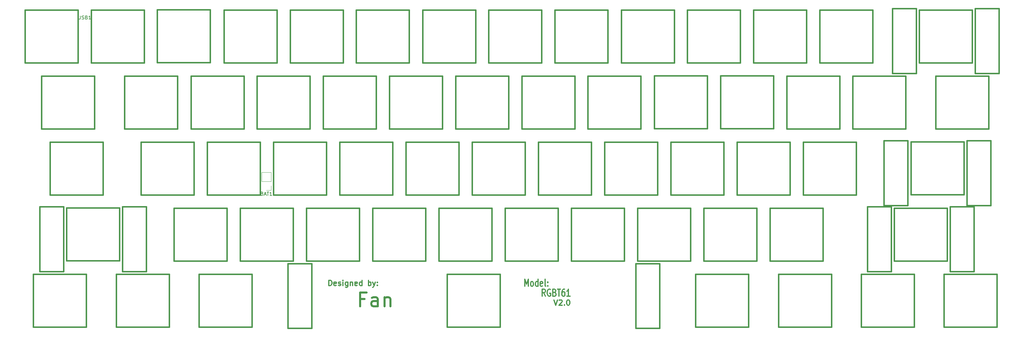
<source format=gbr>
G04 #@! TF.GenerationSoftware,KiCad,Pcbnew,(5.1.0)-1*
G04 #@! TF.CreationDate,2019-12-05T19:46:38+08:00*
G04 #@! TF.ProjectId,keyboard,6b657962-6f61-4726-942e-6b696361645f,B*
G04 #@! TF.SameCoordinates,Original*
G04 #@! TF.FileFunction,Legend,Top*
G04 #@! TF.FilePolarity,Positive*
%FSLAX46Y46*%
G04 Gerber Fmt 4.6, Leading zero omitted, Abs format (unit mm)*
G04 Created by KiCad (PCBNEW (5.1.0)-1) date 2019-12-05 19:46:38*
%MOMM*%
%LPD*%
G04 APERTURE LIST*
%ADD10C,0.304800*%
%ADD11C,0.600000*%
%ADD12C,0.381000*%
%ADD13C,0.120000*%
%ADD14C,0.150000*%
G04 APERTURE END LIST*
D10*
X215978014Y-149825528D02*
X216486014Y-151349528D01*
X216994014Y-149825528D01*
X217429442Y-149970671D02*
X217502014Y-149898100D01*
X217647157Y-149825528D01*
X218010014Y-149825528D01*
X218155157Y-149898100D01*
X218227728Y-149970671D01*
X218300300Y-150115814D01*
X218300300Y-150260957D01*
X218227728Y-150478671D01*
X217356871Y-151349528D01*
X218300300Y-151349528D01*
X218953442Y-151204385D02*
X219026014Y-151276957D01*
X218953442Y-151349528D01*
X218880871Y-151276957D01*
X218953442Y-151204385D01*
X218953442Y-151349528D01*
X219969442Y-149825528D02*
X220114585Y-149825528D01*
X220259728Y-149898100D01*
X220332300Y-149970671D01*
X220404871Y-150115814D01*
X220477442Y-150406100D01*
X220477442Y-150768957D01*
X220404871Y-151059242D01*
X220332300Y-151204385D01*
X220259728Y-151276957D01*
X220114585Y-151349528D01*
X219969442Y-151349528D01*
X219824300Y-151276957D01*
X219751728Y-151204385D01*
X219679157Y-151059242D01*
X219606585Y-150768957D01*
X219606585Y-150406100D01*
X219679157Y-150115814D01*
X219751728Y-149970671D01*
X219824300Y-149898100D01*
X219969442Y-149825528D01*
D11*
X161452227Y-149554505D02*
X160118894Y-149554505D01*
X160118894Y-151649743D02*
X160118894Y-147649743D01*
X162023656Y-147649743D01*
X165261751Y-151649743D02*
X165261751Y-149554505D01*
X165071275Y-149173553D01*
X164690322Y-148983077D01*
X163928418Y-148983077D01*
X163547465Y-149173553D01*
X165261751Y-151459267D02*
X164880799Y-151649743D01*
X163928418Y-151649743D01*
X163547465Y-151459267D01*
X163356989Y-151078315D01*
X163356989Y-150697362D01*
X163547465Y-150316410D01*
X163928418Y-150125934D01*
X164880799Y-150125934D01*
X165261751Y-149935458D01*
X167166513Y-148983077D02*
X167166513Y-151649743D01*
X167166513Y-149364029D02*
X167356989Y-149173553D01*
X167737941Y-148983077D01*
X168309370Y-148983077D01*
X168690322Y-149173553D01*
X168880799Y-149554505D01*
X168880799Y-151649743D01*
D10*
X213450714Y-148744698D02*
X212942714Y-147777079D01*
X212579857Y-148744698D02*
X212579857Y-146712698D01*
X213160428Y-146712698D01*
X213305571Y-146809460D01*
X213378142Y-146906221D01*
X213450714Y-147099745D01*
X213450714Y-147390031D01*
X213378142Y-147583555D01*
X213305571Y-147680317D01*
X213160428Y-147777079D01*
X212579857Y-147777079D01*
X214902142Y-146809460D02*
X214757000Y-146712698D01*
X214539285Y-146712698D01*
X214321571Y-146809460D01*
X214176428Y-147002983D01*
X214103857Y-147196507D01*
X214031285Y-147583555D01*
X214031285Y-147873840D01*
X214103857Y-148260888D01*
X214176428Y-148454412D01*
X214321571Y-148647936D01*
X214539285Y-148744698D01*
X214684428Y-148744698D01*
X214902142Y-148647936D01*
X214974714Y-148551174D01*
X214974714Y-147873840D01*
X214684428Y-147873840D01*
X216135857Y-147680317D02*
X216353571Y-147777079D01*
X216426142Y-147873840D01*
X216498714Y-148067364D01*
X216498714Y-148357650D01*
X216426142Y-148551174D01*
X216353571Y-148647936D01*
X216208428Y-148744698D01*
X215627857Y-148744698D01*
X215627857Y-146712698D01*
X216135857Y-146712698D01*
X216281000Y-146809460D01*
X216353571Y-146906221D01*
X216426142Y-147099745D01*
X216426142Y-147293269D01*
X216353571Y-147486793D01*
X216281000Y-147583555D01*
X216135857Y-147680317D01*
X215627857Y-147680317D01*
X216934142Y-146712698D02*
X217805000Y-146712698D01*
X217369571Y-148744698D02*
X217369571Y-146712698D01*
X218966142Y-146712698D02*
X218675857Y-146712698D01*
X218530714Y-146809460D01*
X218458142Y-146906221D01*
X218313000Y-147196507D01*
X218240428Y-147583555D01*
X218240428Y-148357650D01*
X218313000Y-148551174D01*
X218385571Y-148647936D01*
X218530714Y-148744698D01*
X218821000Y-148744698D01*
X218966142Y-148647936D01*
X219038714Y-148551174D01*
X219111285Y-148357650D01*
X219111285Y-147873840D01*
X219038714Y-147680317D01*
X218966142Y-147583555D01*
X218821000Y-147486793D01*
X218530714Y-147486793D01*
X218385571Y-147583555D01*
X218313000Y-147680317D01*
X218240428Y-147873840D01*
X220562714Y-148744698D02*
X219691857Y-148744698D01*
X220127285Y-148744698D02*
X220127285Y-146712698D01*
X219982142Y-147002983D01*
X219837000Y-147196507D01*
X219691857Y-147293269D01*
X207566260Y-145902438D02*
X207566260Y-143870438D01*
X208074260Y-145321866D01*
X208582260Y-143870438D01*
X208582260Y-145902438D01*
X209525688Y-145902438D02*
X209380545Y-145805676D01*
X209307974Y-145708914D01*
X209235402Y-145515390D01*
X209235402Y-144934819D01*
X209307974Y-144741295D01*
X209380545Y-144644533D01*
X209525688Y-144547771D01*
X209743402Y-144547771D01*
X209888545Y-144644533D01*
X209961117Y-144741295D01*
X210033688Y-144934819D01*
X210033688Y-145515390D01*
X209961117Y-145708914D01*
X209888545Y-145805676D01*
X209743402Y-145902438D01*
X209525688Y-145902438D01*
X211339974Y-145902438D02*
X211339974Y-143870438D01*
X211339974Y-145805676D02*
X211194831Y-145902438D01*
X210904545Y-145902438D01*
X210759402Y-145805676D01*
X210686831Y-145708914D01*
X210614260Y-145515390D01*
X210614260Y-144934819D01*
X210686831Y-144741295D01*
X210759402Y-144644533D01*
X210904545Y-144547771D01*
X211194831Y-144547771D01*
X211339974Y-144644533D01*
X212646260Y-145805676D02*
X212501117Y-145902438D01*
X212210831Y-145902438D01*
X212065688Y-145805676D01*
X211993117Y-145612152D01*
X211993117Y-144838057D01*
X212065688Y-144644533D01*
X212210831Y-144547771D01*
X212501117Y-144547771D01*
X212646260Y-144644533D01*
X212718831Y-144838057D01*
X212718831Y-145031580D01*
X211993117Y-145225104D01*
X213589688Y-145902438D02*
X213444545Y-145805676D01*
X213371974Y-145612152D01*
X213371974Y-143870438D01*
X214170260Y-145708914D02*
X214242831Y-145805676D01*
X214170260Y-145902438D01*
X214097688Y-145805676D01*
X214170260Y-145708914D01*
X214170260Y-145902438D01*
X214170260Y-144644533D02*
X214242831Y-144741295D01*
X214170260Y-144838057D01*
X214097688Y-144741295D01*
X214170260Y-144644533D01*
X214170260Y-144838057D01*
X151196402Y-145672628D02*
X151196402Y-144148628D01*
X151559260Y-144148628D01*
X151776974Y-144221200D01*
X151922117Y-144366342D01*
X151994688Y-144511485D01*
X152067260Y-144801771D01*
X152067260Y-145019485D01*
X151994688Y-145309771D01*
X151922117Y-145454914D01*
X151776974Y-145600057D01*
X151559260Y-145672628D01*
X151196402Y-145672628D01*
X153300974Y-145600057D02*
X153155831Y-145672628D01*
X152865545Y-145672628D01*
X152720402Y-145600057D01*
X152647831Y-145454914D01*
X152647831Y-144874342D01*
X152720402Y-144729200D01*
X152865545Y-144656628D01*
X153155831Y-144656628D01*
X153300974Y-144729200D01*
X153373545Y-144874342D01*
X153373545Y-145019485D01*
X152647831Y-145164628D01*
X153954117Y-145600057D02*
X154099260Y-145672628D01*
X154389545Y-145672628D01*
X154534688Y-145600057D01*
X154607260Y-145454914D01*
X154607260Y-145382342D01*
X154534688Y-145237200D01*
X154389545Y-145164628D01*
X154171831Y-145164628D01*
X154026688Y-145092057D01*
X153954117Y-144946914D01*
X153954117Y-144874342D01*
X154026688Y-144729200D01*
X154171831Y-144656628D01*
X154389545Y-144656628D01*
X154534688Y-144729200D01*
X155260402Y-145672628D02*
X155260402Y-144656628D01*
X155260402Y-144148628D02*
X155187831Y-144221200D01*
X155260402Y-144293771D01*
X155332974Y-144221200D01*
X155260402Y-144148628D01*
X155260402Y-144293771D01*
X156639260Y-144656628D02*
X156639260Y-145890342D01*
X156566688Y-146035485D01*
X156494117Y-146108057D01*
X156348974Y-146180628D01*
X156131260Y-146180628D01*
X155986117Y-146108057D01*
X156639260Y-145600057D02*
X156494117Y-145672628D01*
X156203831Y-145672628D01*
X156058688Y-145600057D01*
X155986117Y-145527485D01*
X155913545Y-145382342D01*
X155913545Y-144946914D01*
X155986117Y-144801771D01*
X156058688Y-144729200D01*
X156203831Y-144656628D01*
X156494117Y-144656628D01*
X156639260Y-144729200D01*
X157364974Y-144656628D02*
X157364974Y-145672628D01*
X157364974Y-144801771D02*
X157437545Y-144729200D01*
X157582688Y-144656628D01*
X157800402Y-144656628D01*
X157945545Y-144729200D01*
X158018117Y-144874342D01*
X158018117Y-145672628D01*
X159324402Y-145600057D02*
X159179260Y-145672628D01*
X158888974Y-145672628D01*
X158743831Y-145600057D01*
X158671260Y-145454914D01*
X158671260Y-144874342D01*
X158743831Y-144729200D01*
X158888974Y-144656628D01*
X159179260Y-144656628D01*
X159324402Y-144729200D01*
X159396974Y-144874342D01*
X159396974Y-145019485D01*
X158671260Y-145164628D01*
X160703260Y-145672628D02*
X160703260Y-144148628D01*
X160703260Y-145600057D02*
X160558117Y-145672628D01*
X160267831Y-145672628D01*
X160122688Y-145600057D01*
X160050117Y-145527485D01*
X159977545Y-145382342D01*
X159977545Y-144946914D01*
X160050117Y-144801771D01*
X160122688Y-144729200D01*
X160267831Y-144656628D01*
X160558117Y-144656628D01*
X160703260Y-144729200D01*
X162590117Y-145672628D02*
X162590117Y-144148628D01*
X162590117Y-144729200D02*
X162735260Y-144656628D01*
X163025545Y-144656628D01*
X163170688Y-144729200D01*
X163243260Y-144801771D01*
X163315831Y-144946914D01*
X163315831Y-145382342D01*
X163243260Y-145527485D01*
X163170688Y-145600057D01*
X163025545Y-145672628D01*
X162735260Y-145672628D01*
X162590117Y-145600057D01*
X163823831Y-144656628D02*
X164186688Y-145672628D01*
X164549545Y-144656628D02*
X164186688Y-145672628D01*
X164041545Y-146035485D01*
X163968974Y-146108057D01*
X163823831Y-146180628D01*
X165130117Y-145527485D02*
X165202688Y-145600057D01*
X165130117Y-145672628D01*
X165057545Y-145600057D01*
X165130117Y-145527485D01*
X165130117Y-145672628D01*
X165130117Y-144729200D02*
X165202688Y-144801771D01*
X165130117Y-144874342D01*
X165057545Y-144801771D01*
X165130117Y-144729200D01*
X165130117Y-144874342D01*
D12*
X260045200Y-100431600D02*
X244805200Y-100431600D01*
X244805200Y-100431600D02*
X244805200Y-85191600D01*
X244805200Y-85191600D02*
X260045200Y-85191600D01*
X260045200Y-85191600D02*
X260045200Y-100431600D01*
X320136520Y-84488020D02*
X320136520Y-65819020D01*
X320136520Y-65819020D02*
X313278520Y-65819020D01*
X313278520Y-65819020D02*
X313278520Y-84488020D01*
X313278520Y-84488020D02*
X320136520Y-84488020D01*
X343408000Y-157670500D02*
X328168000Y-157670500D01*
X328168000Y-157670500D02*
X328168000Y-142430500D01*
X328168000Y-142430500D02*
X343408000Y-142430500D01*
X343408000Y-142430500D02*
X343408000Y-157670500D01*
X319582800Y-157632400D02*
X304342800Y-157632400D01*
X304342800Y-157632400D02*
X304342800Y-142392400D01*
X304342800Y-142392400D02*
X319582800Y-142392400D01*
X319582800Y-142392400D02*
X319582800Y-157632400D01*
X295808400Y-157632400D02*
X280568400Y-157632400D01*
X280568400Y-157632400D02*
X280568400Y-142392400D01*
X280568400Y-142392400D02*
X295808400Y-142392400D01*
X295808400Y-142392400D02*
X295808400Y-157632400D01*
X271932400Y-157632400D02*
X256692400Y-157632400D01*
X256692400Y-157632400D02*
X256692400Y-142392400D01*
X256692400Y-142392400D02*
X271932400Y-142392400D01*
X271932400Y-142392400D02*
X271932400Y-157632400D01*
X200456800Y-157632400D02*
X185216800Y-157632400D01*
X185216800Y-157632400D02*
X185216800Y-142392400D01*
X185216800Y-142392400D02*
X200456800Y-142392400D01*
X200456800Y-142392400D02*
X200456800Y-157632400D01*
X129082800Y-157683200D02*
X113842800Y-157683200D01*
X113842800Y-157683200D02*
X113842800Y-142443200D01*
X113842800Y-142443200D02*
X129082800Y-142443200D01*
X129082800Y-142443200D02*
X129082800Y-157683200D01*
X105257600Y-157632400D02*
X90017600Y-157632400D01*
X90017600Y-157632400D02*
X90017600Y-142392400D01*
X90017600Y-142392400D02*
X105257600Y-142392400D01*
X105257600Y-142392400D02*
X105257600Y-157632400D01*
X81432400Y-157632400D02*
X66192400Y-157632400D01*
X66192400Y-157632400D02*
X66192400Y-142392400D01*
X66192400Y-142392400D02*
X81432400Y-142392400D01*
X81432400Y-142392400D02*
X81432400Y-157632400D01*
X90982800Y-138531600D02*
X75742800Y-138531600D01*
X75742800Y-138531600D02*
X75742800Y-123291600D01*
X75742800Y-123291600D02*
X90982800Y-123291600D01*
X90982800Y-123291600D02*
X90982800Y-138531600D01*
X121920000Y-138582400D02*
X106680000Y-138582400D01*
X106680000Y-138582400D02*
X106680000Y-123342400D01*
X106680000Y-123342400D02*
X121920000Y-123342400D01*
X121920000Y-123342400D02*
X121920000Y-138582400D01*
X140919200Y-138582400D02*
X125679200Y-138582400D01*
X125679200Y-138582400D02*
X125679200Y-123342400D01*
X125679200Y-123342400D02*
X140919200Y-123342400D01*
X140919200Y-123342400D02*
X140919200Y-138582400D01*
X160020000Y-138582400D02*
X144780000Y-138582400D01*
X144780000Y-138582400D02*
X144780000Y-123342400D01*
X144780000Y-123342400D02*
X160020000Y-123342400D01*
X160020000Y-123342400D02*
X160020000Y-138582400D01*
X179070000Y-138582400D02*
X163830000Y-138582400D01*
X163830000Y-138582400D02*
X163830000Y-123342400D01*
X163830000Y-123342400D02*
X179070000Y-123342400D01*
X179070000Y-123342400D02*
X179070000Y-138582400D01*
X198120000Y-138582400D02*
X182880000Y-138582400D01*
X182880000Y-138582400D02*
X182880000Y-123342400D01*
X182880000Y-123342400D02*
X198120000Y-123342400D01*
X198120000Y-123342400D02*
X198120000Y-138582400D01*
X217170000Y-138582400D02*
X201930000Y-138582400D01*
X201930000Y-138582400D02*
X201930000Y-123342400D01*
X201930000Y-123342400D02*
X217170000Y-123342400D01*
X217170000Y-123342400D02*
X217170000Y-138582400D01*
X236220000Y-138582400D02*
X220980000Y-138582400D01*
X220980000Y-138582400D02*
X220980000Y-123342400D01*
X220980000Y-123342400D02*
X236220000Y-123342400D01*
X236220000Y-123342400D02*
X236220000Y-138582400D01*
X255270000Y-138582400D02*
X240030000Y-138582400D01*
X240030000Y-138582400D02*
X240030000Y-123342400D01*
X240030000Y-123342400D02*
X255270000Y-123342400D01*
X255270000Y-123342400D02*
X255270000Y-138582400D01*
X274320000Y-138633200D02*
X259080000Y-138633200D01*
X259080000Y-138633200D02*
X259080000Y-123393200D01*
X259080000Y-123393200D02*
X274320000Y-123393200D01*
X274320000Y-123393200D02*
X274320000Y-138633200D01*
X293370000Y-138633200D02*
X278130000Y-138633200D01*
X278130000Y-138633200D02*
X278130000Y-123393200D01*
X278130000Y-123393200D02*
X293370000Y-123393200D01*
X293370000Y-123393200D02*
X293370000Y-138633200D01*
X329082400Y-138633200D02*
X313842400Y-138633200D01*
X313842400Y-138633200D02*
X313842400Y-123393200D01*
X313842400Y-123393200D02*
X329082400Y-123393200D01*
X329082400Y-123393200D02*
X329082400Y-138633200D01*
X333857600Y-119481600D02*
X318617600Y-119481600D01*
X318617600Y-119481600D02*
X318617600Y-104241600D01*
X318617600Y-104241600D02*
X333857600Y-104241600D01*
X333857600Y-104241600D02*
X333857600Y-119481600D01*
X302920400Y-119583200D02*
X287680400Y-119583200D01*
X287680400Y-119583200D02*
X287680400Y-104343200D01*
X287680400Y-104343200D02*
X302920400Y-104343200D01*
X302920400Y-104343200D02*
X302920400Y-119583200D01*
X283819600Y-119532400D02*
X268579600Y-119532400D01*
X268579600Y-119532400D02*
X268579600Y-104292400D01*
X268579600Y-104292400D02*
X283819600Y-104292400D01*
X283819600Y-104292400D02*
X283819600Y-119532400D01*
X264769600Y-119532400D02*
X249529600Y-119532400D01*
X249529600Y-119532400D02*
X249529600Y-104292400D01*
X249529600Y-104292400D02*
X264769600Y-104292400D01*
X264769600Y-104292400D02*
X264769600Y-119532400D01*
X245719600Y-119532400D02*
X230479600Y-119532400D01*
X230479600Y-119532400D02*
X230479600Y-104292400D01*
X230479600Y-104292400D02*
X245719600Y-104292400D01*
X245719600Y-104292400D02*
X245719600Y-119532400D01*
X226669600Y-119532400D02*
X211429600Y-119532400D01*
X211429600Y-119532400D02*
X211429600Y-104292400D01*
X211429600Y-104292400D02*
X226669600Y-104292400D01*
X226669600Y-104292400D02*
X226669600Y-119532400D01*
X207619600Y-119532400D02*
X192379600Y-119532400D01*
X192379600Y-119532400D02*
X192379600Y-104292400D01*
X192379600Y-104292400D02*
X207619600Y-104292400D01*
X207619600Y-104292400D02*
X207619600Y-119532400D01*
X188620400Y-119532400D02*
X173380400Y-119532400D01*
X173380400Y-119532400D02*
X173380400Y-104292400D01*
X173380400Y-104292400D02*
X188620400Y-104292400D01*
X188620400Y-104292400D02*
X188620400Y-119532400D01*
X169570400Y-119532400D02*
X154330400Y-119532400D01*
X154330400Y-119532400D02*
X154330400Y-104292400D01*
X154330400Y-104292400D02*
X169570400Y-104292400D01*
X169570400Y-104292400D02*
X169570400Y-119532400D01*
X150520400Y-119532400D02*
X135280400Y-119532400D01*
X135280400Y-119532400D02*
X135280400Y-104292400D01*
X135280400Y-104292400D02*
X150520400Y-104292400D01*
X150520400Y-104292400D02*
X150520400Y-119532400D01*
X131470400Y-119532400D02*
X116230400Y-119532400D01*
X116230400Y-119532400D02*
X116230400Y-104292400D01*
X116230400Y-104292400D02*
X131470400Y-104292400D01*
X131470400Y-104292400D02*
X131470400Y-119532400D01*
X112369600Y-119532400D02*
X97129600Y-119532400D01*
X97129600Y-119532400D02*
X97129600Y-104292400D01*
X97129600Y-104292400D02*
X112369600Y-104292400D01*
X112369600Y-104292400D02*
X112369600Y-119532400D01*
X86207600Y-119532400D02*
X70967600Y-119532400D01*
X70967600Y-119532400D02*
X70967600Y-104292400D01*
X70967600Y-104292400D02*
X86207600Y-104292400D01*
X86207600Y-104292400D02*
X86207600Y-119532400D01*
X83820000Y-100482400D02*
X68580000Y-100482400D01*
X68580000Y-100482400D02*
X68580000Y-85242400D01*
X68580000Y-85242400D02*
X83820000Y-85242400D01*
X83820000Y-85242400D02*
X83820000Y-100482400D01*
X107645200Y-100482400D02*
X92405200Y-100482400D01*
X92405200Y-100482400D02*
X92405200Y-85242400D01*
X92405200Y-85242400D02*
X107645200Y-85242400D01*
X107645200Y-85242400D02*
X107645200Y-100482400D01*
X126796800Y-100482400D02*
X111556800Y-100482400D01*
X111556800Y-100482400D02*
X111556800Y-85242400D01*
X111556800Y-85242400D02*
X126796800Y-85242400D01*
X126796800Y-85242400D02*
X126796800Y-100482400D01*
X145745200Y-100482400D02*
X130505200Y-100482400D01*
X130505200Y-100482400D02*
X130505200Y-85242400D01*
X130505200Y-85242400D02*
X145745200Y-85242400D01*
X145745200Y-85242400D02*
X145745200Y-100482400D01*
X164795200Y-100482400D02*
X149555200Y-100482400D01*
X149555200Y-100482400D02*
X149555200Y-85242400D01*
X149555200Y-85242400D02*
X164795200Y-85242400D01*
X164795200Y-85242400D02*
X164795200Y-100482400D01*
X183845200Y-100482400D02*
X168605200Y-100482400D01*
X168605200Y-100482400D02*
X168605200Y-85242400D01*
X168605200Y-85242400D02*
X183845200Y-85242400D01*
X183845200Y-85242400D02*
X183845200Y-100482400D01*
X202895200Y-100533200D02*
X187655200Y-100533200D01*
X187655200Y-100533200D02*
X187655200Y-85293200D01*
X187655200Y-85293200D02*
X202895200Y-85293200D01*
X202895200Y-85293200D02*
X202895200Y-100533200D01*
X221945200Y-100482400D02*
X206705200Y-100482400D01*
X206705200Y-100482400D02*
X206705200Y-85242400D01*
X206705200Y-85242400D02*
X221945200Y-85242400D01*
X221945200Y-85242400D02*
X221945200Y-100482400D01*
X240944400Y-100482400D02*
X225704400Y-100482400D01*
X225704400Y-100482400D02*
X225704400Y-85242400D01*
X225704400Y-85242400D02*
X240944400Y-85242400D01*
X240944400Y-85242400D02*
X240944400Y-100482400D01*
X279095200Y-100431600D02*
X263855200Y-100431600D01*
X263855200Y-100431600D02*
X263855200Y-85191600D01*
X263855200Y-85191600D02*
X279095200Y-85191600D01*
X279095200Y-85191600D02*
X279095200Y-100431600D01*
X298145200Y-100533200D02*
X282905200Y-100533200D01*
X282905200Y-100533200D02*
X282905200Y-85293200D01*
X282905200Y-85293200D02*
X298145200Y-85293200D01*
X298145200Y-85293200D02*
X298145200Y-100533200D01*
X317144400Y-100482400D02*
X301904400Y-100482400D01*
X301904400Y-100482400D02*
X301904400Y-85242400D01*
X301904400Y-85242400D02*
X317144400Y-85242400D01*
X317144400Y-85242400D02*
X317144400Y-100482400D01*
X341020400Y-100482400D02*
X325780400Y-100482400D01*
X325780400Y-100482400D02*
X325780400Y-85242400D01*
X325780400Y-85242400D02*
X341020400Y-85242400D01*
X341020400Y-85242400D02*
X341020400Y-100482400D01*
X336245200Y-81432400D02*
X321005200Y-81432400D01*
X321005200Y-81432400D02*
X321005200Y-66192400D01*
X321005200Y-66192400D02*
X336245200Y-66192400D01*
X336245200Y-66192400D02*
X336245200Y-81432400D01*
X307644800Y-81432400D02*
X292404800Y-81432400D01*
X292404800Y-81432400D02*
X292404800Y-66192400D01*
X292404800Y-66192400D02*
X307644800Y-66192400D01*
X307644800Y-66192400D02*
X307644800Y-81432400D01*
X288594800Y-81432400D02*
X273354800Y-81432400D01*
X273354800Y-81432400D02*
X273354800Y-66192400D01*
X273354800Y-66192400D02*
X288594800Y-66192400D01*
X288594800Y-66192400D02*
X288594800Y-81432400D01*
X269544800Y-81432400D02*
X254304800Y-81432400D01*
X254304800Y-81432400D02*
X254304800Y-66192400D01*
X254304800Y-66192400D02*
X269544800Y-66192400D01*
X269544800Y-66192400D02*
X269544800Y-81432400D01*
X250545600Y-81432400D02*
X235305600Y-81432400D01*
X235305600Y-81432400D02*
X235305600Y-66192400D01*
X235305600Y-66192400D02*
X250545600Y-66192400D01*
X250545600Y-66192400D02*
X250545600Y-81432400D01*
X231444800Y-81432400D02*
X216204800Y-81432400D01*
X216204800Y-81432400D02*
X216204800Y-66192400D01*
X216204800Y-66192400D02*
X231444800Y-66192400D01*
X231444800Y-66192400D02*
X231444800Y-81432400D01*
X212394800Y-81432400D02*
X197154800Y-81432400D01*
X197154800Y-81432400D02*
X197154800Y-66192400D01*
X197154800Y-66192400D02*
X212394800Y-66192400D01*
X212394800Y-66192400D02*
X212394800Y-81432400D01*
X193395600Y-81483200D02*
X178155600Y-81483200D01*
X178155600Y-81483200D02*
X178155600Y-66243200D01*
X178155600Y-66243200D02*
X193395600Y-66243200D01*
X193395600Y-66243200D02*
X193395600Y-81483200D01*
X174294800Y-81432400D02*
X159054800Y-81432400D01*
X159054800Y-81432400D02*
X159054800Y-66192400D01*
X159054800Y-66192400D02*
X174294800Y-66192400D01*
X174294800Y-66192400D02*
X174294800Y-81432400D01*
X155295600Y-81483200D02*
X140055600Y-81483200D01*
X140055600Y-81483200D02*
X140055600Y-66243200D01*
X140055600Y-66243200D02*
X155295600Y-66243200D01*
X155295600Y-66243200D02*
X155295600Y-81483200D01*
X136245600Y-81483200D02*
X121005600Y-81483200D01*
X121005600Y-81483200D02*
X121005600Y-66243200D01*
X121005600Y-66243200D02*
X136245600Y-66243200D01*
X136245600Y-66243200D02*
X136245600Y-81483200D01*
X117094000Y-81381600D02*
X101854000Y-81381600D01*
X101854000Y-81381600D02*
X101854000Y-66141600D01*
X101854000Y-66141600D02*
X117094000Y-66141600D01*
X117094000Y-66141600D02*
X117094000Y-81381600D01*
X98094800Y-81432400D02*
X82854800Y-81432400D01*
X82854800Y-81432400D02*
X82854800Y-66192400D01*
X82854800Y-66192400D02*
X98094800Y-66192400D01*
X98094800Y-66192400D02*
X98094800Y-81432400D01*
X79044800Y-81432400D02*
X63804800Y-81432400D01*
X63804800Y-81432400D02*
X63804800Y-66192400D01*
X63804800Y-66192400D02*
X79044800Y-66192400D01*
X79044800Y-66192400D02*
X79044800Y-81432400D01*
X336804000Y-141636750D02*
X336804000Y-122967750D01*
X336804000Y-122967750D02*
X329946000Y-122967750D01*
X329946000Y-122967750D02*
X329946000Y-141636750D01*
X329946000Y-141636750D02*
X336804000Y-141636750D01*
X317754000Y-122588020D02*
X317754000Y-103919020D01*
X317754000Y-103919020D02*
X310896000Y-103919020D01*
X310896000Y-103919020D02*
X310896000Y-122588020D01*
X310896000Y-122588020D02*
X317754000Y-122588020D01*
X341566500Y-122586750D02*
X341566500Y-103917750D01*
X341566500Y-103917750D02*
X334708500Y-103917750D01*
X334708500Y-103917750D02*
X334708500Y-122586750D01*
X334708500Y-122586750D02*
X341566500Y-122586750D01*
X312991500Y-141638020D02*
X312991500Y-122969020D01*
X312991500Y-122969020D02*
X306133500Y-122969020D01*
X306133500Y-122969020D02*
X306133500Y-141638020D01*
X306133500Y-141638020D02*
X312991500Y-141638020D01*
X98679000Y-141638020D02*
X98679000Y-122969020D01*
X98679000Y-122969020D02*
X91821000Y-122969020D01*
X91821000Y-122969020D02*
X91821000Y-141638020D01*
X91821000Y-141638020D02*
X98679000Y-141638020D01*
X74866500Y-141638020D02*
X74866500Y-122969020D01*
X74866500Y-122969020D02*
X68008500Y-122969020D01*
X68008500Y-122969020D02*
X68008500Y-141638020D01*
X68008500Y-141638020D02*
X74866500Y-141638020D01*
X343949020Y-84488020D02*
X343949020Y-65819020D01*
X343949020Y-65819020D02*
X337091020Y-65819020D01*
X337091020Y-65819020D02*
X337091020Y-84488020D01*
X337091020Y-84488020D02*
X343949020Y-84488020D01*
X239458500Y-139352020D02*
X239458500Y-158021020D01*
X239458500Y-158021020D02*
X246316500Y-158021020D01*
X246316500Y-158021020D02*
X246316500Y-139352020D01*
X246316500Y-139352020D02*
X239458500Y-139352020D01*
X139446000Y-139352020D02*
X139446000Y-158021020D01*
X139446000Y-158021020D02*
X146304000Y-158021020D01*
X146304000Y-158021020D02*
X146304000Y-139352020D01*
X146304000Y-139352020D02*
X139446000Y-139352020D01*
D13*
X134553000Y-118233500D02*
X133223000Y-118233500D01*
X134553000Y-116903500D02*
X134553000Y-118233500D01*
X134553000Y-115633500D02*
X131893000Y-115633500D01*
X131893000Y-115633500D02*
X131893000Y-113033500D01*
X134553000Y-115633500D02*
X134553000Y-113033500D01*
X134553000Y-113033500D02*
X131893000Y-113033500D01*
D14*
X79176144Y-67869820D02*
X79176144Y-68679344D01*
X79223763Y-68774582D01*
X79271382Y-68822201D01*
X79366620Y-68869820D01*
X79557097Y-68869820D01*
X79652335Y-68822201D01*
X79699954Y-68774582D01*
X79747573Y-68679344D01*
X79747573Y-67869820D01*
X80176144Y-68822201D02*
X80319001Y-68869820D01*
X80557097Y-68869820D01*
X80652335Y-68822201D01*
X80699954Y-68774582D01*
X80747573Y-68679344D01*
X80747573Y-68584106D01*
X80699954Y-68488868D01*
X80652335Y-68441249D01*
X80557097Y-68393630D01*
X80366620Y-68346011D01*
X80271382Y-68298392D01*
X80223763Y-68250773D01*
X80176144Y-68155535D01*
X80176144Y-68060297D01*
X80223763Y-67965059D01*
X80271382Y-67917440D01*
X80366620Y-67869820D01*
X80604716Y-67869820D01*
X80747573Y-67917440D01*
X81509478Y-68346011D02*
X81652335Y-68393630D01*
X81699954Y-68441249D01*
X81747573Y-68536487D01*
X81747573Y-68679344D01*
X81699954Y-68774582D01*
X81652335Y-68822201D01*
X81557097Y-68869820D01*
X81176144Y-68869820D01*
X81176144Y-67869820D01*
X81509478Y-67869820D01*
X81604716Y-67917440D01*
X81652335Y-67965059D01*
X81699954Y-68060297D01*
X81699954Y-68155535D01*
X81652335Y-68250773D01*
X81604716Y-68298392D01*
X81509478Y-68346011D01*
X81176144Y-68346011D01*
X82699954Y-68869820D02*
X82128525Y-68869820D01*
X82414240Y-68869820D02*
X82414240Y-67869820D01*
X82319001Y-68012678D01*
X82223763Y-68107916D01*
X82128525Y-68155535D01*
X132008714Y-119162071D02*
X132151571Y-119209690D01*
X132199190Y-119257309D01*
X132246809Y-119352547D01*
X132246809Y-119495404D01*
X132199190Y-119590642D01*
X132151571Y-119638261D01*
X132056333Y-119685880D01*
X131675380Y-119685880D01*
X131675380Y-118685880D01*
X132008714Y-118685880D01*
X132103952Y-118733500D01*
X132151571Y-118781119D01*
X132199190Y-118876357D01*
X132199190Y-118971595D01*
X132151571Y-119066833D01*
X132103952Y-119114452D01*
X132008714Y-119162071D01*
X131675380Y-119162071D01*
X132627761Y-119400166D02*
X133103952Y-119400166D01*
X132532523Y-119685880D02*
X132865857Y-118685880D01*
X133199190Y-119685880D01*
X133389666Y-118685880D02*
X133961095Y-118685880D01*
X133675380Y-119685880D02*
X133675380Y-118685880D01*
X134818238Y-119685880D02*
X134246809Y-119685880D01*
X134532523Y-119685880D02*
X134532523Y-118685880D01*
X134437285Y-118828738D01*
X134342047Y-118923976D01*
X134246809Y-118971595D01*
M02*

</source>
